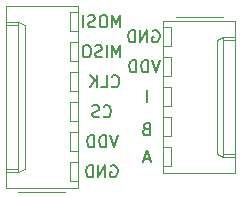
<source format=gbo>
G04 #@! TF.GenerationSoftware,KiCad,Pcbnew,(5.1.5)-3*
G04 #@! TF.CreationDate,2020-04-11T11:45:51+02:00*
G04 #@! TF.ProjectId,CODER-AS5047P,434f4445-522d-4415-9335-303437502e6b,rev?*
G04 #@! TF.SameCoordinates,Original*
G04 #@! TF.FileFunction,Legend,Bot*
G04 #@! TF.FilePolarity,Positive*
%FSLAX46Y46*%
G04 Gerber Fmt 4.6, Leading zero omitted, Abs format (unit mm)*
G04 Created by KiCad (PCBNEW (5.1.5)-3) date 2020-04-11 11:45:51*
%MOMM*%
%LPD*%
G04 APERTURE LIST*
%ADD10C,0.150000*%
%ADD11C,0.120000*%
G04 APERTURE END LIST*
D10*
X177291904Y-120150000D02*
X177387142Y-120102380D01*
X177530000Y-120102380D01*
X177672857Y-120150000D01*
X177768095Y-120245238D01*
X177815714Y-120340476D01*
X177863333Y-120530952D01*
X177863333Y-120673809D01*
X177815714Y-120864285D01*
X177768095Y-120959523D01*
X177672857Y-121054761D01*
X177530000Y-121102380D01*
X177434761Y-121102380D01*
X177291904Y-121054761D01*
X177244285Y-121007142D01*
X177244285Y-120673809D01*
X177434761Y-120673809D01*
X176815714Y-121102380D02*
X176815714Y-120102380D01*
X176244285Y-121102380D01*
X176244285Y-120102380D01*
X175768095Y-121102380D02*
X175768095Y-120102380D01*
X175530000Y-120102380D01*
X175387142Y-120150000D01*
X175291904Y-120245238D01*
X175244285Y-120340476D01*
X175196666Y-120530952D01*
X175196666Y-120673809D01*
X175244285Y-120864285D01*
X175291904Y-120959523D01*
X175387142Y-121054761D01*
X175530000Y-121102380D01*
X175768095Y-121102380D01*
X177863333Y-117562380D02*
X177530000Y-118562380D01*
X177196666Y-117562380D01*
X176863333Y-118562380D02*
X176863333Y-117562380D01*
X176625238Y-117562380D01*
X176482380Y-117610000D01*
X176387142Y-117705238D01*
X176339523Y-117800476D01*
X176291904Y-117990952D01*
X176291904Y-118133809D01*
X176339523Y-118324285D01*
X176387142Y-118419523D01*
X176482380Y-118514761D01*
X176625238Y-118562380D01*
X176863333Y-118562380D01*
X175863333Y-118562380D02*
X175863333Y-117562380D01*
X175625238Y-117562380D01*
X175482380Y-117610000D01*
X175387142Y-117705238D01*
X175339523Y-117800476D01*
X175291904Y-117990952D01*
X175291904Y-118133809D01*
X175339523Y-118324285D01*
X175387142Y-118419523D01*
X175482380Y-118514761D01*
X175625238Y-118562380D01*
X175863333Y-118562380D01*
X176696666Y-115927142D02*
X176744285Y-115974761D01*
X176887142Y-116022380D01*
X176982380Y-116022380D01*
X177125238Y-115974761D01*
X177220476Y-115879523D01*
X177268095Y-115784285D01*
X177315714Y-115593809D01*
X177315714Y-115450952D01*
X177268095Y-115260476D01*
X177220476Y-115165238D01*
X177125238Y-115070000D01*
X176982380Y-115022380D01*
X176887142Y-115022380D01*
X176744285Y-115070000D01*
X176696666Y-115117619D01*
X176315714Y-115974761D02*
X176172857Y-116022380D01*
X175934761Y-116022380D01*
X175839523Y-115974761D01*
X175791904Y-115927142D01*
X175744285Y-115831904D01*
X175744285Y-115736666D01*
X175791904Y-115641428D01*
X175839523Y-115593809D01*
X175934761Y-115546190D01*
X176125238Y-115498571D01*
X176220476Y-115450952D01*
X176268095Y-115403333D01*
X176315714Y-115308095D01*
X176315714Y-115212857D01*
X176268095Y-115117619D01*
X176220476Y-115070000D01*
X176125238Y-115022380D01*
X175887142Y-115022380D01*
X175744285Y-115070000D01*
X177379238Y-113387142D02*
X177426857Y-113434761D01*
X177569714Y-113482380D01*
X177664952Y-113482380D01*
X177807809Y-113434761D01*
X177903047Y-113339523D01*
X177950666Y-113244285D01*
X177998285Y-113053809D01*
X177998285Y-112910952D01*
X177950666Y-112720476D01*
X177903047Y-112625238D01*
X177807809Y-112530000D01*
X177664952Y-112482380D01*
X177569714Y-112482380D01*
X177426857Y-112530000D01*
X177379238Y-112577619D01*
X176474476Y-113482380D02*
X176950666Y-113482380D01*
X176950666Y-112482380D01*
X176141142Y-113482380D02*
X176141142Y-112482380D01*
X175569714Y-113482380D02*
X175998285Y-112910952D01*
X175569714Y-112482380D02*
X176141142Y-113053809D01*
X178101428Y-110942380D02*
X178101428Y-109942380D01*
X177768095Y-110656666D01*
X177434761Y-109942380D01*
X177434761Y-110942380D01*
X176958571Y-110942380D02*
X176958571Y-109942380D01*
X176530000Y-110894761D02*
X176387142Y-110942380D01*
X176149047Y-110942380D01*
X176053809Y-110894761D01*
X176006190Y-110847142D01*
X175958571Y-110751904D01*
X175958571Y-110656666D01*
X176006190Y-110561428D01*
X176053809Y-110513809D01*
X176149047Y-110466190D01*
X176339523Y-110418571D01*
X176434761Y-110370952D01*
X176482380Y-110323333D01*
X176530000Y-110228095D01*
X176530000Y-110132857D01*
X176482380Y-110037619D01*
X176434761Y-109990000D01*
X176339523Y-109942380D01*
X176101428Y-109942380D01*
X175958571Y-109990000D01*
X175339523Y-109942380D02*
X175149047Y-109942380D01*
X175053809Y-109990000D01*
X174958571Y-110085238D01*
X174910952Y-110275714D01*
X174910952Y-110609047D01*
X174958571Y-110799523D01*
X175053809Y-110894761D01*
X175149047Y-110942380D01*
X175339523Y-110942380D01*
X175434761Y-110894761D01*
X175530000Y-110799523D01*
X175577619Y-110609047D01*
X175577619Y-110275714D01*
X175530000Y-110085238D01*
X175434761Y-109990000D01*
X175339523Y-109942380D01*
X178101428Y-108402380D02*
X178101428Y-107402380D01*
X177768095Y-108116666D01*
X177434761Y-107402380D01*
X177434761Y-108402380D01*
X176768095Y-107402380D02*
X176577619Y-107402380D01*
X176482380Y-107450000D01*
X176387142Y-107545238D01*
X176339523Y-107735714D01*
X176339523Y-108069047D01*
X176387142Y-108259523D01*
X176482380Y-108354761D01*
X176577619Y-108402380D01*
X176768095Y-108402380D01*
X176863333Y-108354761D01*
X176958571Y-108259523D01*
X177006190Y-108069047D01*
X177006190Y-107735714D01*
X176958571Y-107545238D01*
X176863333Y-107450000D01*
X176768095Y-107402380D01*
X175958571Y-108354761D02*
X175815714Y-108402380D01*
X175577619Y-108402380D01*
X175482380Y-108354761D01*
X175434761Y-108307142D01*
X175387142Y-108211904D01*
X175387142Y-108116666D01*
X175434761Y-108021428D01*
X175482380Y-107973809D01*
X175577619Y-107926190D01*
X175768095Y-107878571D01*
X175863333Y-107830952D01*
X175910952Y-107783333D01*
X175958571Y-107688095D01*
X175958571Y-107592857D01*
X175910952Y-107497619D01*
X175863333Y-107450000D01*
X175768095Y-107402380D01*
X175530000Y-107402380D01*
X175387142Y-107450000D01*
X174958571Y-108402380D02*
X174958571Y-107402380D01*
X180268571Y-117022571D02*
X180125714Y-117070190D01*
X180078095Y-117117809D01*
X180030476Y-117213047D01*
X180030476Y-117355904D01*
X180078095Y-117451142D01*
X180125714Y-117498761D01*
X180220952Y-117546380D01*
X180601904Y-117546380D01*
X180601904Y-116546380D01*
X180268571Y-116546380D01*
X180173333Y-116594000D01*
X180125714Y-116641619D01*
X180078095Y-116736857D01*
X180078095Y-116832095D01*
X180125714Y-116927333D01*
X180173333Y-116974952D01*
X180268571Y-117022571D01*
X180601904Y-117022571D01*
X180578095Y-119546666D02*
X180101904Y-119546666D01*
X180673333Y-119832380D02*
X180340000Y-118832380D01*
X180006666Y-119832380D01*
X180340000Y-114752380D02*
X180340000Y-113752380D01*
X181419333Y-111212380D02*
X181086000Y-112212380D01*
X180752666Y-111212380D01*
X180419333Y-112212380D02*
X180419333Y-111212380D01*
X180181238Y-111212380D01*
X180038380Y-111260000D01*
X179943142Y-111355238D01*
X179895523Y-111450476D01*
X179847904Y-111640952D01*
X179847904Y-111783809D01*
X179895523Y-111974285D01*
X179943142Y-112069523D01*
X180038380Y-112164761D01*
X180181238Y-112212380D01*
X180419333Y-112212380D01*
X179419333Y-112212380D02*
X179419333Y-111212380D01*
X179181238Y-111212380D01*
X179038380Y-111260000D01*
X178943142Y-111355238D01*
X178895523Y-111450476D01*
X178847904Y-111640952D01*
X178847904Y-111783809D01*
X178895523Y-111974285D01*
X178943142Y-112069523D01*
X179038380Y-112164761D01*
X179181238Y-112212380D01*
X179419333Y-112212380D01*
X180847904Y-108720000D02*
X180943142Y-108672380D01*
X181086000Y-108672380D01*
X181228857Y-108720000D01*
X181324095Y-108815238D01*
X181371714Y-108910476D01*
X181419333Y-109100952D01*
X181419333Y-109243809D01*
X181371714Y-109434285D01*
X181324095Y-109529523D01*
X181228857Y-109624761D01*
X181086000Y-109672380D01*
X180990761Y-109672380D01*
X180847904Y-109624761D01*
X180800285Y-109577142D01*
X180800285Y-109243809D01*
X180990761Y-109243809D01*
X180371714Y-109672380D02*
X180371714Y-108672380D01*
X179800285Y-109672380D01*
X179800285Y-108672380D01*
X179324095Y-109672380D02*
X179324095Y-108672380D01*
X179086000Y-108672380D01*
X178943142Y-108720000D01*
X178847904Y-108815238D01*
X178800285Y-108910476D01*
X178752666Y-109100952D01*
X178752666Y-109243809D01*
X178800285Y-109434285D01*
X178847904Y-109529523D01*
X178943142Y-109624761D01*
X179086000Y-109672380D01*
X179324095Y-109672380D01*
D11*
X181755000Y-107840000D02*
X187775000Y-107840000D01*
X187775000Y-107840000D02*
X187775000Y-120760000D01*
X187775000Y-120760000D02*
X181755000Y-120760000D01*
X181755000Y-120760000D02*
X181755000Y-107840000D01*
X182785000Y-107550000D02*
X186785000Y-107550000D01*
X187775000Y-109220000D02*
X186775000Y-109220000D01*
X186775000Y-109220000D02*
X186775000Y-119380000D01*
X186775000Y-119380000D02*
X187775000Y-119380000D01*
X186775000Y-109220000D02*
X186245000Y-109470000D01*
X186245000Y-109470000D02*
X186245000Y-119130000D01*
X186245000Y-119130000D02*
X186775000Y-119380000D01*
X187775000Y-109470000D02*
X186775000Y-109470000D01*
X187775000Y-119130000D02*
X186775000Y-119130000D01*
X181755000Y-108420000D02*
X182355000Y-108420000D01*
X182355000Y-108420000D02*
X182355000Y-110020000D01*
X182355000Y-110020000D02*
X181755000Y-110020000D01*
X181755000Y-110960000D02*
X182355000Y-110960000D01*
X182355000Y-110960000D02*
X182355000Y-112560000D01*
X182355000Y-112560000D02*
X181755000Y-112560000D01*
X181755000Y-113500000D02*
X182355000Y-113500000D01*
X182355000Y-113500000D02*
X182355000Y-115100000D01*
X182355000Y-115100000D02*
X181755000Y-115100000D01*
X181755000Y-116040000D02*
X182355000Y-116040000D01*
X182355000Y-116040000D02*
X182355000Y-117640000D01*
X182355000Y-117640000D02*
X181755000Y-117640000D01*
X181755000Y-118580000D02*
X182355000Y-118580000D01*
X182355000Y-118580000D02*
X182355000Y-120180000D01*
X182355000Y-120180000D02*
X181755000Y-120180000D01*
X174480000Y-122030000D02*
X168460000Y-122030000D01*
X168460000Y-122030000D02*
X168460000Y-106570000D01*
X168460000Y-106570000D02*
X174480000Y-106570000D01*
X174480000Y-106570000D02*
X174480000Y-122030000D01*
X173450000Y-122320000D02*
X169450000Y-122320000D01*
X168460000Y-120650000D02*
X169460000Y-120650000D01*
X169460000Y-120650000D02*
X169460000Y-107950000D01*
X169460000Y-107950000D02*
X168460000Y-107950000D01*
X169460000Y-120650000D02*
X169990000Y-120400000D01*
X169990000Y-120400000D02*
X169990000Y-108200000D01*
X169990000Y-108200000D02*
X169460000Y-107950000D01*
X168460000Y-120400000D02*
X169460000Y-120400000D01*
X168460000Y-108200000D02*
X169460000Y-108200000D01*
X174480000Y-121450000D02*
X173880000Y-121450000D01*
X173880000Y-121450000D02*
X173880000Y-119850000D01*
X173880000Y-119850000D02*
X174480000Y-119850000D01*
X174480000Y-118910000D02*
X173880000Y-118910000D01*
X173880000Y-118910000D02*
X173880000Y-117310000D01*
X173880000Y-117310000D02*
X174480000Y-117310000D01*
X174480000Y-116370000D02*
X173880000Y-116370000D01*
X173880000Y-116370000D02*
X173880000Y-114770000D01*
X173880000Y-114770000D02*
X174480000Y-114770000D01*
X174480000Y-113830000D02*
X173880000Y-113830000D01*
X173880000Y-113830000D02*
X173880000Y-112230000D01*
X173880000Y-112230000D02*
X174480000Y-112230000D01*
X174480000Y-111290000D02*
X173880000Y-111290000D01*
X173880000Y-111290000D02*
X173880000Y-109690000D01*
X173880000Y-109690000D02*
X174480000Y-109690000D01*
X174480000Y-108750000D02*
X173880000Y-108750000D01*
X173880000Y-108750000D02*
X173880000Y-107150000D01*
X173880000Y-107150000D02*
X174480000Y-107150000D01*
M02*

</source>
